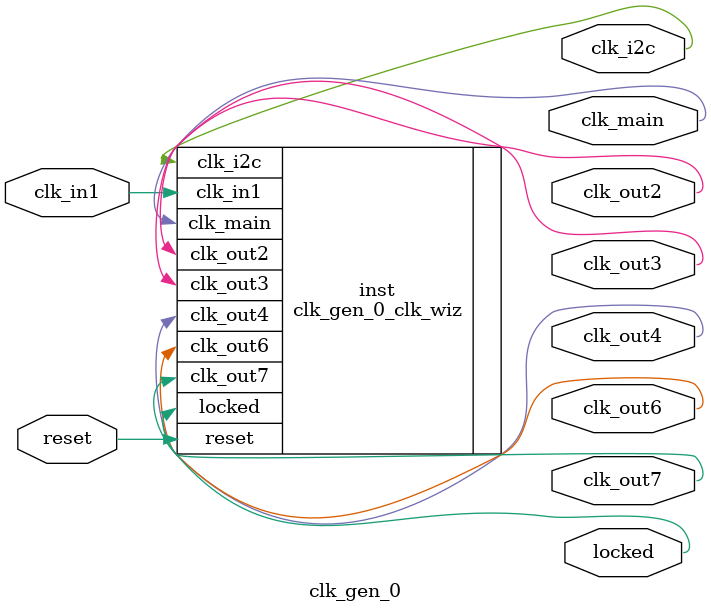
<source format=v>


`timescale 1ps/1ps

(* CORE_GENERATION_INFO = "clk_gen_0,clk_wiz_v6_0_3_0_0,{component_name=clk_gen_0,use_phase_alignment=true,use_min_o_jitter=false,use_max_i_jitter=false,use_dyn_phase_shift=false,use_inclk_switchover=false,use_dyn_reconfig=false,enable_axi=0,feedback_source=FDBK_AUTO,PRIMITIVE=MMCM,num_out_clk=7,clkin1_period=8.000,clkin2_period=10.000,use_power_down=false,use_reset=true,use_locked=true,use_inclk_stopped=false,feedback_type=SINGLE,CLOCK_MGR_TYPE=NA,manual_override=true}" *)

module clk_gen_0 
 (
  // Clock out ports
  output        clk_main,
  output        clk_out2,
  output        clk_out3,
  output        clk_out4,
  output        clk_i2c,
  output        clk_out6,
  output        clk_out7,
  // Status and control signals
  input         reset,
  output        locked,
 // Clock in ports
  input         clk_in1
 );

  clk_gen_0_clk_wiz inst
  (
  // Clock out ports  
  .clk_main(clk_main),
  .clk_out2(clk_out2),
  .clk_out3(clk_out3),
  .clk_out4(clk_out4),
  .clk_i2c(clk_i2c),
  .clk_out6(clk_out6),
  .clk_out7(clk_out7),
  // Status and control signals               
  .reset(reset), 
  .locked(locked),
 // Clock in ports
  .clk_in1(clk_in1)
  );

endmodule

</source>
